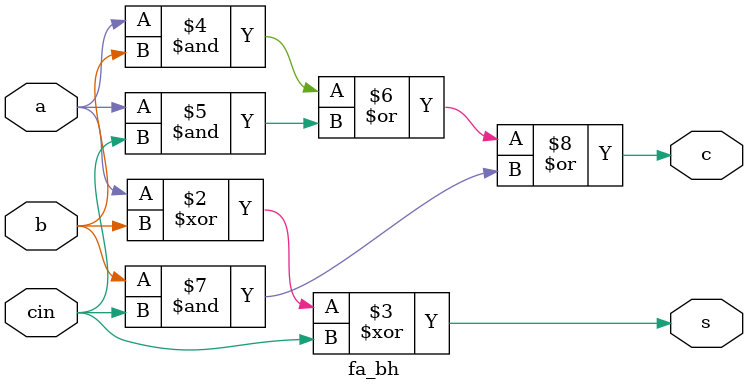
<source format=v>
module fa_bh(s, c, a, b, cin);
    input a, b, cin;
    output reg s, c;
    always @(*) begin //All the inputs go to sensitivity list
        s = a ^ b ^ cin; //^ means xor
        c = a&b | a&cin | b&cin;
    end
endmodule
</source>
